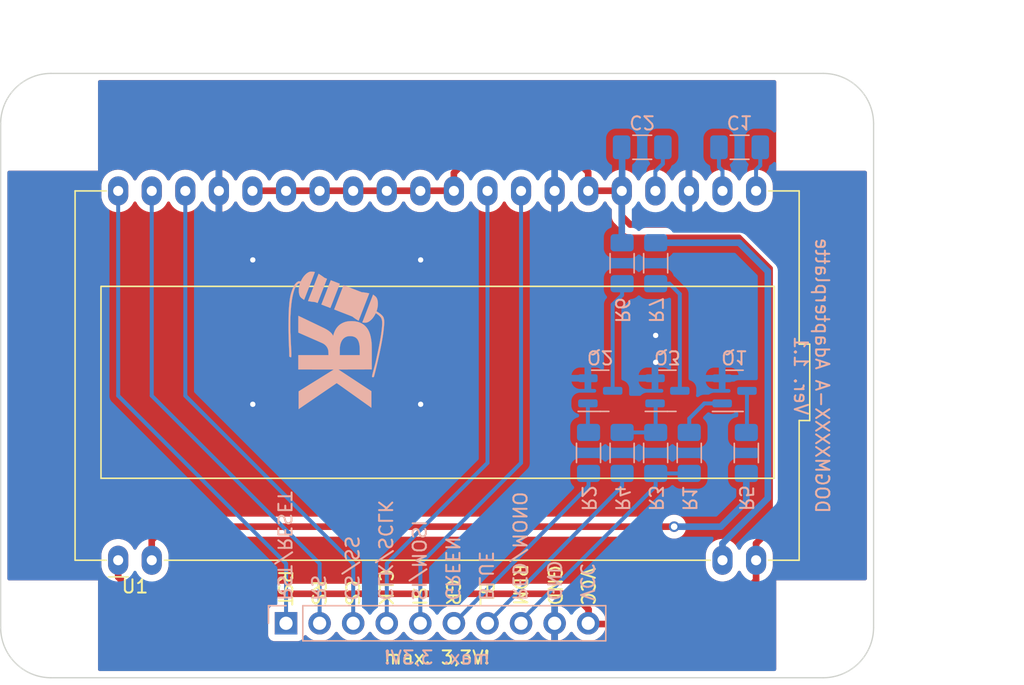
<source format=kicad_pcb>
(kicad_pcb (version 20211014) (generator pcbnew)
  (title_block (date "2022-02-04"))
  (layers (0 "F.Cu" signal) (31 "B.Cu" signal) (34 "B.Paste" user) (35 "F.Paste" user) (36 "B.SilkS" user "B.Silkscreen") (37 "F.SilkS" user "F.Silkscreen") (38 "B.Mask" user) (39 "F.Mask" user) (44 "Edge.Cuts" user))
  (net 0 "")
  (net 1 "GND")
  (net 2 "Net-(C1-Pad1)")
  (net 3 "Net-(C1-Pad2)")
  (net 4 "Net-(C2-Pad2)")
  (net 5 "/C2-")
  (net 6 "+3V3")
  (net 7 "/C1-")
  (net 8 "/RST")
  (net 9 "/RM_{BaseQ1}")
  (net 10 "/G_GREEN_{BaseQ2}")
  (net 11 "/RM_Blue_{BaseQ3}")
  (net 12 "/R_RED{slash}MONO")
  (net 13 "/G_GREEN")
  (net 14 "/B_BLUE")
  (net 15 "/SI")
  (net 16 "/CS")
  (net 17 "/CLK")
  (net 18 "/RS")
  (net 19 "/G_GREEN_{KollQ2}")
  (net 20 "/C1-_{KollQ1}")
  (net 21 "/C2-_{KollQ3}")
  (footprint "MountingHole:MountingHole_3.2mm_M3" (layer "F.Cu") (at 184.15 77.47)
    (fp_text reference "H2" hide)
    (fp_text value "MountingHole" hide)
    (pad "" np_thru_hole circle locked (at 0 0) (size 3.2 3.2) (drill 3.2) (layers *.Cu *.Mask))
  )
  (footprint "MountingHole:MountingHole_3.2mm_M3" (layer "F.Cu") (at 184.15 115.57)
    (fp_text reference "H3" hide)
    (fp_text value "MountingHole" hide)
    (pad "" np_thru_hole circle locked (at 0 0) (size 3.2 3.2) (drill 3.2) (layers *.Cu *.Mask))
  )
  (footprint "MountingHole:MountingHole_3.2mm_M3" (layer "F.Cu") (at 125.73 115.57)
    (fp_text reference "H4" hide)
    (fp_text value "MountingHole" hide)
    (pad "" np_thru_hole circle locked (at 0 0) (size 3.2 3.2) (drill 3.2) (layers *.Cu *.Mask))
  )
  (footprint "MountingHole:MountingHole_3.2mm_M3" (layer "F.Cu") (at 125.73 77.47)
    (fp_text reference "H1" hide)
    (fp_text value "MountingHole" hide)
    (pad "" np_thru_hole circle locked (at 0 0) (size 3.2 3.2) (drill 3.2) (layers *.Cu *.Mask))
  )
  (footprint "MyDisplay:EA_DOGMxxxx-A_55x27mm_P2.54" (layer "F.Cu") (at 130.81 110.49 90)
    (fp_text reference "U1" (at -1.99 1.27 unlocked) (layer "F.SilkS"))
    (fp_text value "EA_DOGM081x-A")
    (pad "1" thru_hole oval locked (at 0 0 90) (size 2.2 1.524) (drill 0.762) (layers *.Cu *.Mask) (net 6 "+3V3"))
    (pad "2" thru_hole oval locked (at 0 2.54 90) (size 2.2 1.524) (drill 0.762) (layers *.Cu *.Mask) (net 7 "/C1-"))
    (pad "19" thru_hole oval locked (at 0 45.72 90) (size 2.2 1.524) (drill 0.762) (layers *.Cu *.Mask) (net 5 "/C2-"))
    (pad "20" thru_hole oval locked (at 0 48.26 90) (size 2.2 1.524) (drill 0.762) (layers *.Cu *.Mask) (net 6 "+3V3"))
    (pad "21" thru_hole oval locked (at 27.94 48.26 90) (size 2.2 1.524) (drill 0.762) (layers *.Cu *.Mask) (net 3 "Net-(C1-Pad2)"))
    (pad "22" thru_hole oval locked (at 27.94 45.72 90) (size 2.2 1.524) (drill 0.762) (layers *.Cu *.Mask) (net 2 "Net-(C1-Pad1)"))
    (pad "23" thru_hole oval locked (at 27.94 43.18 90) (size 2.2 1.524) (drill 0.762) (layers *.Cu *.Mask) (net 1 "GND"))
    (pad "24" thru_hole oval locked (at 27.94 40.64 90) (size 2.2 1.524) (drill 0.762) (layers *.Cu *.Mask) (net 4 "Net-(C2-Pad2)"))
    (pad "25" thru_hole oval locked (at 27.94 38.1 90) (size 2.2 1.524) (drill 0.762) (layers *.Cu *.Mask) (net 6 "+3V3"))
    (pad "26" thru_hole oval locked (at 27.94 35.56 90) (size 2.2 1.524) (drill 0.762) (layers *.Cu *.Mask) (net 6 "+3V3"))
    (pad "27" thru_hole oval locked (at 27.94 33.02 90) (size 2.2 1.524) (drill 0.762) (layers *.Cu *.Mask) (net 1 "GND"))
    (pad "28" thru_hole oval locked (at 27.94 30.48 90) (size 2.2 1.524) (drill 0.762) (layers *.Cu *.Mask) (net 15 "/SI"))
    (pad "29" thru_hole oval locked (at 27.94 27.94 90) (size 2.2 1.524) (drill 0.762) (layers *.Cu *.Mask) (net 17 "/CLK"))
    (pad "30" thru_hole oval locked (at 27.94 25.4 90) (size 2.2 1.524) (drill 0.762) (layers *.Cu *.Mask) (net 6 "+3V3"))
    (pad "31" thru_hole oval locked (at 27.94 22.86 90) (size 2.2 1.524) (drill 0.762) (layers *.Cu *.Mask) (net 6 "+3V3"))
    (pad "32" thru_hole oval locked (at 27.94 20.32 90) (size 2.2 1.524) (drill 0.762) (layers *.Cu *.Mask) (net 6 "+3V3"))
    (pad "33" thru_hole oval locked (at 27.94 17.78 90) (size 2.2 1.524) (drill 0.762) (layers *.Cu *.Mask) (net 6 "+3V3"))
    (pad "34" thru_hole oval locked (at 27.94 15.24 90) (size 2.2 1.524) (drill 0.762) (layers *.Cu *.Mask) (net 6 "+3V3"))
    (pad "35" thru_hole oval locked (at 27.94 12.7 90) (size 2.2 1.524) (drill 0.762) (layers *.Cu *.Mask) (net 6 "+3V3"))
    (pad "36" thru_hole oval locked (at 27.94 10.16 90) (size 2.2 1.524) (drill 0.762) (layers *.Cu *.Mask) (net 6 "+3V3"))
    (pad "37" thru_hole oval locked (at 27.94 7.62 90) (size 2.2 1.524) (drill 0.762) (layers *.Cu *.Mask) (net 1 "GND"))
    (pad "38" thru_hole oval locked (at 27.94 5.08 90) (size 2.2 1.524) (drill 0.762) (layers *.Cu *.Mask) (net 16 "/CS"))
    (pad "39" thru_hole oval locked (at 27.94 2.54 90) (size 2.2 1.524) (drill 0.762) (layers *.Cu *.Mask) (net 18 "/RS"))
    (pad "40" thru_hole oval locked (at 27.94 0 90) (size 2.2 1.524) (drill 0.762) (layers *.Cu *.Mask) (net 8 "/RST"))
  )
  (footprint "MySymbol:KR-Logo_10.4x7.2mm_SilkScreen" (layer "B.Cu") (at 147.32 93.853 90)
    (fp_text reference "G***" hide)
    (fp_text value "KR-Logo-10.4mm-SilkScreen" hide)
  )
  (footprint "Resistor_SMD:R_1206_3216Metric_Pad1.30x1.75mm_HandSolder" (layer "B.Cu") (at 174.014 102.3705 90)
    (fp_text reference "R1" (at -3.429 0 270 unlocked) (layer "B.SilkS") (effects (justify mirror)))
    (fp_text value "470")
    (pad "1" smd roundrect (at -1.55 0 90) (size 1.3 1.75) (layers "B.Cu" "B.Paste" "B.Mask") (roundrect_rratio 0.192308) (net 12 "/R_RED{slash}MONO"))
    (pad "2" smd roundrect (at 1.55 0 90) (size 1.3 1.75) (layers "B.Cu" "B.Paste" "B.Mask") (roundrect_rratio 0.192308) (net 9 "/RM_{BaseQ1}"))
  )
  (footprint "Package_TO_SOT_SMD:SOT-23" (layer "B.Cu") (at 167.284 97.6715)
    (fp_text reference "Q2" (at -0.001 -2.536 180 unlocked) (layer "B.SilkS") (effects (justify mirror)))
    (fp_text value "BC847")
    (pad "1" smd roundrect (at -0.9375 0.95) (size 1.475 0.6) (layers "B.Cu" "B.Paste" "B.Mask") (net 10 "/G_GREEN_{BaseQ2}"))
    (pad "2" smd roundrect (at -0.9375 -0.95) (size 1.475 0.6) (layers "B.Cu" "B.Paste" "B.Mask") (net 1 "GND"))
    (pad "3" smd roundrect (at 0.9375 0) (size 1.475 0.6) (layers "B.Cu" "B.Paste" "B.Mask") (net 19 "/G_GREEN_{KollQ2}"))
  )
  (footprint "Resistor_SMD:R_1206_3216Metric_Pad1.30x1.75mm_HandSolder" (layer "B.Cu") (at 171.475 88.0195 -90)
    (fp_text reference "R7" (at 3.556 0 -90 unlocked) (layer "B.SilkS") (effects (justify mirror)))
    (fp_text value "nach Farbe")
    (pad "1" smd roundrect (at -1.55 0 270) (size 1.3 1.75) (layers "B.Cu" "B.Paste" "B.Mask") (roundrect_rratio 0.192308) (net 5 "/C2-"))
    (pad "2" smd roundrect (at 1.55 0 270) (size 1.3 1.75) (layers "B.Cu" "B.Paste" "B.Mask") (roundrect_rratio 0.192308) (net 21 "/C2-_{KollQ3}"))
  )
  (footprint "Resistor_SMD:R_1206_3216Metric_Pad1.30x1.75mm_HandSolder" (layer "B.Cu") (at 168.935 102.3705 90)
    (fp_text reference "R4" (at -3.429 0 270 unlocked) (layer "B.SilkS") (effects (justify mirror)))
    (fp_text value "470")
    (pad "1" smd roundrect (at -1.55 0 90) (size 1.3 1.75) (layers "B.Cu" "B.Paste" "B.Mask") (roundrect_rratio 0.192308) (net 14 "/B_BLUE"))
    (pad "2" smd roundrect (at 1.55 0 90) (size 1.3 1.75) (layers "B.Cu" "B.Paste" "B.Mask") (roundrect_rratio 0.192308) (net 11 "/RM_Blue_{BaseQ3}"))
  )
  (footprint "Resistor_SMD:R_1206_3216Metric_Pad1.30x1.75mm_HandSolder" (layer "B.Cu") (at 178.332 102.3745 90)
    (fp_text reference "R5" (at -3.4165 -0.024 270 unlocked) (layer "B.SilkS") (effects (justify mirror)))
    (fp_text value "nach Farbe")
    (pad "1" smd roundrect (at -1.55 0 90) (size 1.3 1.75) (layers "B.Cu" "B.Paste" "B.Mask") (roundrect_rratio 0.192308) (net 7 "/C1-"))
    (pad "2" smd roundrect (at 1.55 0 90) (size 1.3 1.75) (layers "B.Cu" "B.Paste" "B.Mask") (roundrect_rratio 0.192308) (net 20 "/C1-_{KollQ1}"))
  )
  (footprint "Connector_PinHeader_2.54mm:PinHeader_1x10_P2.54mm_Vertical" (layer "B.Cu") (at 143.51 115.259 -90)
    (fp_text reference "J1" hide)
    (fp_text value "Conn_01x05")
    (pad "1" thru_hole rect locked (at 0 0 270) (size 1.7 1.7) (drill 1) (layers *.Cu *.Mask) (net 8 "/RST"))
    (pad "2" thru_hole oval locked (at 0 -2.54 270) (size 1.7 1.7) (drill 1) (layers *.Cu *.Mask) (net 18 "/RS"))
    (pad "3" thru_hole oval locked (at 0 -5.08 270) (size 1.7 1.7) (drill 1) (layers *.Cu *.Mask) (net 16 "/CS"))
    (pad "4" thru_hole oval locked (at 0 -7.62 270) (size 1.7 1.7) (drill 1) (layers *.Cu *.Mask) (net 17 "/CLK"))
    (pad "5" thru_hole oval locked (at 0 -10.16 270) (size 1.7 1.7) (drill 1) (layers *.Cu *.Mask) (net 15 "/SI"))
    (pad "6" thru_hole oval locked (at 0 -12.7 270) (size 1.7 1.7) (drill 1) (layers *.Cu *.Mask) (net 13 "/G_GREEN"))
    (pad "7" thru_hole oval locked (at 0 -15.24 270) (size 1.7 1.7) (drill 1) (layers *.Cu *.Mask) (net 14 "/B_BLUE"))
    (pad "8" thru_hole oval locked (at 0 -17.78 270) (size 1.7 1.7) (drill 1) (layers *.Cu *.Mask) (net 12 "/R_RED{slash}MONO"))
    (pad "9" thru_hole oval locked (at 0 -20.32 270) (size 1.7 1.7) (drill 1) (layers *.Cu *.Mask) (net 1 "GND"))
    (pad "10" thru_hole oval locked (at 0 -22.86 270) (size 1.7 1.7) (drill 1) (layers *.Cu *.Mask) (net 6 "+3V3"))
  )
  (footprint "Package_TO_SOT_SMD:SOT-23" (layer "B.Cu") (at 177.443 97.6755)
    (fp_text reference "Q1" (at 0 -2.54 180 unlocked) (layer "B.SilkS") (effects (justify mirror)))
    (fp_text value "BC847")
    (pad "1" smd roundrect (at -0.9375 0.95) (size 1.475 0.6) (layers "B.Cu" "B.Paste" "B.Mask") (net 9 "/RM_{BaseQ1}"))
    (pad "2" smd roundrect (at -0.9375 -0.95) (size 1.475 0.6) (layers "B.Cu" "B.Paste" "B.Mask") (net 1 "GND"))
    (pad "3" smd roundrect (at 0.9375 0) (size 1.475 0.6) (layers "B.Cu" "B.Paste" "B.Mask") (net 20 "/C1-_{KollQ1}"))
  )
  (footprint "Resistor_SMD:R_1206_3216Metric_Pad1.30x1.75mm_HandSolder" (layer "B.Cu") (at 171.475 102.3705 90)
    (fp_text reference "R3" (at -3.429 0 270 unlocked) (layer "B.SilkS") (effects (justify mirror)))
    (fp_text value "470")
    (pad "1" smd roundrect (at -1.55 0 90) (size 1.3 1.75) (layers "B.Cu" "B.Paste" "B.Mask") (roundrect_rratio 0.192308) (net 12 "/R_RED{slash}MONO"))
    (pad "2" smd roundrect (at 1.55 0 90) (size 1.3 1.75) (layers "B.Cu" "B.Paste" "B.Mask") (roundrect_rratio 0.192308) (net 11 "/RM_Blue_{BaseQ3}"))
  )
  (footprint "Resistor_SMD:R_1206_3216Metric_Pad1.30x1.75mm_HandSolder" (layer "B.Cu") (at 166.395 102.3705 90)
    (fp_text reference "R2" (at -3.429 0 270 unlocked) (layer "B.SilkS") (effects (justify mirror)))
    (fp_text value "470")
    (pad "1" smd roundrect (at -1.55 0 90) (size 1.3 1.75) (layers "B.Cu" "B.Paste" "B.Mask") (roundrect_rratio 0.192308) (net 13 "/G_GREEN"))
    (pad "2" smd roundrect (at 1.55 0 90) (size 1.3 1.75) (layers "B.Cu" "B.Paste" "B.Mask") (roundrect_rratio 0.192308) (net 10 "/G_GREEN_{BaseQ2}"))
  )
  (footprint "Resistor_SMD:R_1206_3216Metric_Pad1.30x1.75mm_HandSolder" (layer "B.Cu") (at 168.935 88.0195 -90)
    (fp_text reference "R6" (at 3.556 0 -90 unlocked) (layer "B.SilkS") (effects (justify mirror)))
    (fp_text value "24R")
    (pad "1" smd roundrect (at -1.55 0 270) (size 1.3 1.75) (layers "B.Cu" "B.Paste" "B.Mask") (roundrect_rratio 0.192308) (net 6 "+3V3"))
    (pad "2" smd roundrect (at 1.55 0 270) (size 1.3 1.75) (layers "B.Cu" "B.Paste" "B.Mask") (roundrect_rratio 0.192308) (net 19 "/G_GREEN_{KollQ2}"))
  )
  (footprint "Capacitor_SMD:C_1206_3216Metric_Pad1.33x1.80mm_HandSolder" (layer "B.Cu") (at 170.458 79.248)
    (fp_text reference "C2" (at 0 -1.8921 180 unlocked) (layer "B.SilkS") (effects (justify mirror)))
    (fp_text value "1u")
    (pad "1" smd roundrect (at -1.5625 0) (size 1.325 1.8) (layers "B.Cu" "B.Paste" "B.Mask") (roundrect_rratio 0.188679) (net 6 "+3V3"))
    (pad "2" smd roundrect (at 1.5625 0) (size 1.325 1.8) (layers "B.Cu" "B.Paste" "B.Mask") (roundrect_rratio 0.188679) (net 4 "Net-(C2-Pad2)"))
  )
  (footprint "Capacitor_SMD:C_1206_3216Metric_Pad1.33x1.80mm_HandSolder" (layer "B.Cu") (at 177.824 79.248)
    (fp_text reference "C1" (at 0 -1.8921 180 unlocked) (layer "B.SilkS") (effects (justify mirror)))
    (fp_text value "1u")
    (pad "1" smd roundrect (at -1.5625 0) (size 1.325 1.8) (layers "B.Cu" "B.Paste" "B.Mask") (roundrect_rratio 0.188679) (net 2 "Net-(C1-Pad1)"))
    (pad "2" smd roundrect (at 1.5625 0) (size 1.325 1.8) (layers "B.Cu" "B.Paste" "B.Mask") (roundrect_rratio 0.188679) (net 3 "Net-(C1-Pad2)"))
  )
  (footprint "Package_TO_SOT_SMD:SOT-23" (layer "B.Cu") (at 172.363 97.6715)
    (fp_text reference "Q3" (at -0.001 -2.536 180 unlocked) (layer "B.SilkS") (effects (justify mirror)))
    (fp_text value "BC847")
    (pad "1" smd roundrect (at -0.9375 0.95) (size 1.475 0.6) (layers "B.Cu" "B.Paste" "B.Mask") (net 11 "/RM_Blue_{BaseQ3}"))
    (pad "2" smd roundrect (at -0.9375 -0.95) (size 1.475 0.6) (layers "B.Cu" "B.Paste" "B.Mask") (net 1 "GND"))
    (pad "3" smd roundrect (at 0.9375 0) (size 1.475 0.6) (layers "B.Cu" "B.Paste" "B.Mask") (net 21 "/C2-_{KollQ3}"))
  )
  (gr_arc (start 187.96 115.57) (mid 186.844077 118.264077) (end 184.15 119.38) (layer "Edge.Cuts") (width 0.1))
  (gr_line (start 184.15 119.38) (end 125.73 119.38) (layer "Edge.Cuts") (width 0.1))
  (gr_line (start 121.92 115.57) (end 121.92 77.47) (layer "Edge.Cuts") (width 0.1))
  (gr_arc (start 184.15 73.66) (mid 186.844077 74.775923) (end 187.96 77.47) (layer "Edge.Cuts") (width 0.1))
  (gr_line (start 187.96 77.47) (end 187.96 115.57) (layer "Edge.Cuts") (width 0.1))
  (gr_arc (start 125.73 119.38) (mid 123.035923 118.264077) (end 121.92 115.57) (layer "Edge.Cuts") (width 0.1))
  (gr_arc (start 121.92 77.47) (mid 123.035923 74.775923) (end 125.73 73.66) (layer "Edge.Cuts") (width 0.1))
  (gr_line (start 125.73 73.66) (end 184.15 73.66) (layer "Edge.Cuts") (width 0.1))
  (gr_text "RST/RESET" (at 143.383 109.410715 270) (layer "B.SilkS") (effects (font (size 1 1)) (justify mirror)))
  (gr_text "GND" (at 163.779 112.029762 270) (layer "B.SilkS") (effects (font (size 1 1)) (justify mirror)))
  (gr_text "max. 3,3V!" (at 154.935 117.856) (layer "B.SilkS") (effects (font (size 1 1)) (justify mirror)))
  (gr_text "GREEN" (at 156.083 111.125 270) (layer "B.SilkS") (effects (font (size 1 1)) (justify mirror)))
  (gr_text "RS" (at 145.923 112.577381 270) (layer "B.SilkS") (effects (font (size 1 1)) (justify mirror)))
  (gr_text "CLK/SCLK" (at 151.003 109.744048 270) (layer "B.SilkS") (effects (font (size 1 1)) (justify mirror)))
  (gr_text "VCC" (at 166.279 112.125 270) (layer "B.SilkS") (effects (font (size 1 1)) (justify mirror)))
  (gr_text "CS/SS" (at 148.463 111.101191 270) (layer "B.SilkS") (effects (font (size 1 1)) (justify mirror)))
  (gr_text "DOGMXXXX-A Adapterplatte\nVer. 1.1" (at 183.261 96.52 270) (layer "B.SilkS") (effects (font (size 1 1)) (justify mirror)))
  (gr_text "RED/MONO" (at 161.163 109.434524 270) (layer "B.SilkS") (effects (font (size 1 1)) (justify mirror)))
  (gr_text "SI/MOSI" (at 153.543 110.505953 270) (layer "B.SilkS") (effects (font (size 1 1)) (justify mirror)))
  (gr_text "BLUE" (at 158.623 111.672619 270) (layer "B.SilkS") (effects (font (size 1 1)) (justify mirror)))
  (gr_text "GND" (at 163.83 112.390476 -90) (layer "F.SilkS") (effects (font (size 1 1))))
  (gr_text "GR" (at 156.134 112.914286 -90) (layer "F.SilkS") (effects (font (size 1 1))))
  (gr_text "max. 3,3V!" (at 154.935 117.856) (layer "F.SilkS") (effects (font (size 1 1))))
  (gr_text "CS" (at 148.514 111.886905 -90) (layer "F.SilkS") (effects (font (size 1 1)) (justify left)))
  (gr_text "CLK" (at 151.054 111.029762 -90) (layer "F.SilkS") (effects (font (size 1 1)) (justify left)))
  (gr_text "RDM" (at 161.214 112.342857 -90) (layer "F.SilkS") (effects (font (size 1 1))))
  (gr_text "RST" (at 143.434 111.125 -90) (layer "F.SilkS") (effects (font (size 1 1)) (justify left)))
  (gr_text "VCC" (at 166.33 112.485714 -90) (layer "F.SilkS") (effects (font (size 1 1))))
  (gr_text "BL" (at 158.674 113.009524 -90) (layer "F.SilkS") (effects (font (size 1 1))))
  (gr_text "SI" (at 153.594 112.410715 -90) (layer "F.SilkS") (effects (font (size 1 1)) (justify left)))
  (gr_text "RS" (at 145.974 111.886905 -90) (layer "F.SilkS") (effects (font (size 1 1)) (justify left)))
  (via (at 140.994 98.6915) (size 0.6) (drill 0.4) (layers "F.Cu" "B.Cu") (net 1))
  (via (at 153.694 87.7695) (size 0.6) (drill 0.4) (layers "F.Cu" "B.Cu") (net 1))
  (via (at 153.694 98.6915) (size 0.6) (drill 0.4) (layers "F.Cu" "B.Cu") (net 1))
  (via (at 140.994 87.7695) (size 0.6) (drill 0.4) (layers "F.Cu" "B.Cu") (net 1))
  (via (at 171.474 95.5165) (size 0.6) (drill 0.4) (layers "F.Cu" "B.Cu") (net 1))
  (via (at 171.474 93.4805) (size 0.6) (drill 0.4) (layers "F.Cu" "B.Cu") (net 1))
  (segment (start 176.2615 79.248) (end 176.2615 80.746) (width 0.3) (layer "B.Cu") (net 2))
  (segment (start 176.2615 80.746) (end 176.53 81.0145) (width 0.3) (layer "B.Cu") (net 2))
  (segment (start 176.53 81.0145) (end 176.53 82.55) (width 0.3) (layer "B.Cu") (net 2))
  (segment (start 179.3865 80.6225) (end 179.07 80.939) (width 0.3) (layer "B.Cu") (net 3))
  (segment (start 179.07 80.939) (end 179.07 82.55) (width 0.3) (layer "B.Cu") (net 3))
  (segment (start 179.3865 79.248) (end 179.3865 80.6225) (width 0.3) (layer "B.Cu") (net 3))
  (segment (start 172.0205 80.4955) (end 171.45 81.066) (width 0.3) (layer "B.Cu") (net 4))
  (segment (start 172.0205 79.248) (end 172.0205 80.4955) (width 0.3) (layer "B.Cu") (net 4))
  (segment (start 171.45 81.066) (end 171.45 82.55) (width 0.3) (layer "B.Cu") (net 4))
  (segment (start 176.53 109.22) (end 176.53 110.49) (width 0.5) (layer "B.Cu") (net 5))
  (segment (start 171.475 86.4695) (end 177.794 86.4695) (width 0.5) (layer "B.Cu") (net 5))
  (segment (start 179.959 105.791) (end 176.53 109.22) (width 0.5) (layer "B.Cu") (net 5))
  (segment (start 177.794 86.4695) (end 179.959 88.6345) (width 0.5) (layer "B.Cu") (net 5))
  (segment (start 179.959 88.6345) (end 179.959 105.791) (width 0.5) (layer "B.Cu") (net 5))
  (segment (start 168.9086 82.5371) (end 166.3686 82.5371) (width 0.5) (layer "F.Cu") (net 6))
  (segment (start 146.0486 82.5371) (end 143.5086 82.5371) (width 0.5) (layer "F.Cu") (net 6))
  (segment (start 179.07 109.22) (end 179.07 110.49) (width 0.5) (layer "F.Cu") (net 6))
  (segment (start 143.5086 82.5371) (end 140.9686 82.5371) (width 0.5) (layer "F.Cu") (net 6))
  (segment (start 168.91 84.455) (end 169.545 85.09) (width 0.5) (layer "F.Cu") (net 6))
  (segment (start 130.81 110.49) (end 130.81 111.76) (width 0.5) (layer "F.Cu") (net 6))
  (segment (start 179.07 112.014) (end 175.768 115.316) (width 0.5) (layer "F.Cu") (net 6))
  (segment (start 178.181 85.09) (end 181.102 88.011) (width 0.5) (layer "F.Cu") (net 6))
  (segment (start 165.505 80.2765) (end 166.37 81.1415) (width 0.5) (layer "F.Cu") (net 6))
  (segment (start 168.91 82.55) (end 168.91 84.455) (width 0.5) (layer "F.Cu") (net 6))
  (segment (start 156.21 82.55) (end 156.21 81.1895) (width 0.5) (layer "F.Cu") (net 6))
  (segment (start 181.102 88.011) (end 181.102 107.188) (width 0.5) (layer "F.Cu") (net 6))
  (segment (start 156.2086 82.5371) (end 153.6686 82.5371) (width 0.5) (layer "F.Cu") (net 6))
  (segment (start 153.6686 82.5371) (end 151.1286 82.5371) (width 0.5) (layer "F.Cu") (net 6))
  (segment (start 181.102 107.188) (end 179.07 109.22) (width 0.5) (layer "F.Cu") (net 6))
  (segment (start 179.07 110.49) (end 179.07 112.014) (width 0.5) (layer "F.Cu") (net 6))
  (segment (start 166.3975 114.21425) (end 166.3975 115.371) (width 0.5) (layer "F.Cu") (net 6))
  (segment (start 157.123 80.2765) (end 165.505 80.2765) (width 0.5) (layer "F.Cu") (net 6))
  (segment (start 151.1286 82.5371) (end 148.5886 82.5371) (width 0.5) (layer "F.Cu") (net 6))
  (segment (start 130.81 111.76) (end 132.08 113.03) (width 0.5) (layer "F.Cu") (net 6))
  (segment (start 166.37 81.1415) (end 166.37 82.55) (width 0.5) (layer "F.Cu") (net 6))
  (segment (start 175.768 115.316) (end 166.427 115.316) (width 0.5) (layer "F.Cu") (net 6))
  (segment (start 165.21325 113.03) (end 166.3975 114.21425) (width 0.5) (layer "F.Cu") (net 6))
  (segment (start 132.08 113.03) (end 165.21325 113.03) (width 0.5) (layer "F.Cu") (net 6))
  (segment (start 156.21 81.1895) (end 157.123 80.2765) (width 0.5) (layer "F.Cu") (net 6))
  (segment (start 169.545 85.09) (end 178.181 85.09) (width 0.5) (layer "F.Cu") (net 6))
  (segment (start 148.5886 82.5371) (end 146.0486 82.5371) (width 0.5) (layer "F.Cu") (net 6))
  (segment (start 168.91 82.55) (end 168.91 86.3705) (width 0.5) (layer "B.Cu") (net 6))
  (segment (start 168.934 79.5016) (end 168.934 82.526) (width 0.5) (layer "B.Cu") (net 6))
  (segment (start 134.366 107.95) (end 172.871 107.95) (width 0.5) (layer "F.Cu") (net 7))
  (segment (start 133.35 110.49) (end 133.35 108.966) (width 0.5) (layer "F.Cu") (net 7))
  (segment (start 133.35 108.966) (end 134.366 107.95) (width 0.5) (layer "F.Cu") (net 7))
  (via (at 172.871 107.95) (size 0.8) (drill 0.5) (layers "F.Cu" "B.Cu") (net 7))
  (segment (start 176.403 107.95) (end 178.332 106.021) (width 0.5) (layer "B.Cu") (net 7))
  (segment (start 178.332 106.021) (end 178.332 103.9245) (width 0.5) (layer "B.Cu") (net 7))
  (segment (start 172.871 107.95) (end 176.403 107.95) (width 0.5) (layer "B.Cu") (net 7))
  (segment (start 143.515 110.749) (end 143.51 115.259) (width 0.3) (layer "B.Cu") (net 8))
  (segment (start 130.81 82.55) (end 130.81 98.044) (width 0.3) (layer "B.Cu") (net 8))
  (segment (start 130.81 98.044) (end 143.515 110.749) (width 0.3) (layer "B.Cu") (net 8))
  (segment (start 175.1595 98.6255) (end 176.5055 98.6255) (width 0.3) (layer "B.Cu") (net 9))
  (segment (start 174.014 100.8205) (end 174.014 99.771) (width 0.3) (layer "B.Cu") (net 9))
  (segment (start 174.014 99.771) (end 175.1595 98.6255) (width 0.3) (layer "B.Cu") (net 9))
  (segment (start 166.3465 98.6215) (end 166.3465 100.772) (width 0.3) (layer "B.Cu") (net 10))
  (segment (start 171.475 100.8205) (end 168.935 100.8205) (width 0.3) (layer "B.Cu") (net 11))
  (segment (start 171.475 100.8205) (end 171.475 98.67) (width 0.3) (layer "B.Cu") (net 11))
  (segment (start 161.29 115.062) (end 171.475 104.877) (width 0.3) (layer "B.Cu") (net 12))
  (segment (start 174.015 103.9205) (end 171.475 103.9205) (width 0.3) (layer "B.Cu") (net 12))
  (segment (start 171.475 104.877) (end 171.475 103.9205) (width 0.3) (layer "B.Cu") (net 12))
  (segment (start 156.21 115.259) (end 166.395 104.877) (width 0.3) (layer "B.Cu") (net 13))
  (segment (start 166.395 104.877) (end 166.395 103.9205) (width 0.3) (layer "B.Cu") (net 13))
  (segment (start 168.935 104.877) (end 168.935 103.9205) (width 0.3) (layer "B.Cu") (net 14))
  (segment (start 158.75 115.259) (end 168.935 104.877) (width 0.3) (layer "B.Cu") (net 14))
  (segment (start 161.29 103.124) (end 161.29 82.55) (width 0.3) (layer "B.Cu") (net 15))
  (segment (start 153.675 110.739) (end 161.29 103.124) (width 0.3) (layer "B.Cu") (net 15))
  (segment (start 153.67 115.259) (end 153.675 110.739) (width 0.3) (layer "B.Cu") (net 15))
  (segment (start 148.59 115.259) (end 148.595 110.749) (width 0.3) (layer "B.Cu") (net 16))
  (segment (start 148.595 110.749) (end 135.89 98.044) (width 0.3) (layer "B.Cu") (net 16))
  (segment (start 135.89 98.044) (end 135.89 82.55) (width 0.3) (layer "B.Cu") (net 16))
  (segment (start 158.75 82.55) (end 158.75 103.124) (width 0.3) (layer "B.Cu") (net 17))
  (segment (start 151.135 110.739) (end 151.13 115.259) (width 0.3) (layer "B.Cu") (net 17))
  (segment (start 158.75 103.124) (end 151.135 110.739) (width 0.3) (layer "B.Cu") (net 17))
  (segment (start 146.055 110.749) (end 133.35 98.044) (width 0.3) (layer "B.Cu") (net 18))
  (segment (start 146.05 115.259) (end 146.055 110.749) (width 0.3) (layer "B.Cu") (net 18))
  (segment (start 133.35 98.044) (end 133.35 82.55) (width 0.3) (layer "B.Cu") (net 18))
  (segment (start 168.935 90.4325) (end 168.2215 91.146) (width 0.3) (layer "B.Cu") (net 19))
  (segment (start 168.935 89.5695) (end 168.935 90.4325) (width 0.3) (layer "B.Cu") (net 19))
  (segment (start 168.2215 91.146) (end 168.2215 97.6715) (width 0.3) (layer "B.Cu") (net 19))
  (segment (start 178.3805 97.6755) (end 178.3805 100.776) (width 0.3) (layer "B.Cu") (net 20))
  (segment (start 173.3015 90.354) (end 173.3015 97.6715) (width 0.3) (layer "B.Cu") (net 21))
  (segment (start 171.475 89.5695) (end 172.517 89.5695) (width 0.3) (layer "B.Cu") (net 21))
  (segment (start 172.517 89.5695) (end 173.3015 90.354) (width 0.3) (layer "B.Cu") (net 21))
  (zone (net 1) (net_name "GND") (layer "F.Cu") (name "GND") (connect_pads (clearance 0.508)) (min_thickness 0.254) (fill yes (thermal_gap 0.508) (thermal_bridge_width 0.508) (smoothing chamfer) (radius 1))
    (polygon (pts (xy 187.96 119.38) (xy 121.92 119.38) (xy 121.92 73.66) (xy 187.96 73.66)))
  )
  (zone (net 0) (net_name "") (layers F&B.Cu) (connect_pads (clearance 0)) (min_thickness 0.254)
    (keepout (tracks not_allowed) (vias not_allowed) (pads allowed) (copperpour not_allowed) (footprints allowed))
    (fill (thermal_gap 0.508) (thermal_bridge_width 0.508))
    (polygon (pts (xy 187.706 81.026) (xy 180.594 81.026) (xy 180.594 73.914) (xy 187.706 73.914)))
  )
  (zone (net 0) (net_name "") (layers F&B.Cu) (connect_pads (clearance 0)) (min_thickness 0.254)
    (keepout (tracks not_allowed) (vias not_allowed) (pads allowed) (copperpour not_allowed) (footprints allowed))
    (fill (thermal_gap 0.508) (thermal_bridge_width 0.508))
    (polygon (pts (xy 129.286 81.023208) (xy 122.174 81.023208) (xy 122.174 73.911208) (xy 129.286 73.911208)))
  )
  (zone (net 0) (net_name "") (layers F&B.Cu) (connect_pads (clearance 0)) (min_thickness 0.254)
    (keepout (tracks not_allowed) (vias allowed) (pads allowed) (copperpour not_allowed) (footprints allowed))
    (fill (thermal_gap 0.508) (thermal_bridge_width 0.508))
    (polygon (pts (xy 187.706 119.123208) (xy 180.594 119.123208) (xy 180.594 112.011208) (xy 187.706 112.011208)))
  )
  (zone (net 0) (net_name "") (layers F&B.Cu) (connect_pads (clearance 0)) (min_thickness 0.254)
    (keepout (tracks not_allowed) (vias not_allowed) (pads allowed) (copperpour not_allowed) (footprints allowed))
    (fill (thermal_gap 0.508) (thermal_bridge_width 0.508))
    (polygon (pts (xy 129.286 119.126) (xy 122.174 119.126) (xy 122.174 112.014) (xy 129.286 112.014)))
  )
  (zone (net 0) (net_name "") (layer "B.Cu") (connect_pads (clearance 0)) (min_thickness 0.254)
    (keepout (tracks allowed) (vias allowed) (pads allowed) (copperpour not_allowed) (footprints allowed))
    (fill (thermal_gap 0.508) (thermal_bridge_width 0.508))
    (polygon (pts (xy 173.76 98.0565) (xy 173.76 100.5925) (xy 166.268 100.5925) (xy 166.268 98.0525)))
  )
  (zone (net 1) (net_name "GND") (layer "B.Cu") (name "GND") (connect_pads (clearance 0.508)) (min_thickness 0.254) (fill yes (thermal_gap 0.508) (thermal_bridge_width 0.508) (smoothing chamfer) (radius 1))
    (polygon (pts (xy 187.96 119.38) (xy 121.92 119.38) (xy 121.92 73.66) (xy 187.96 73.66)))
  )
)
</source>
